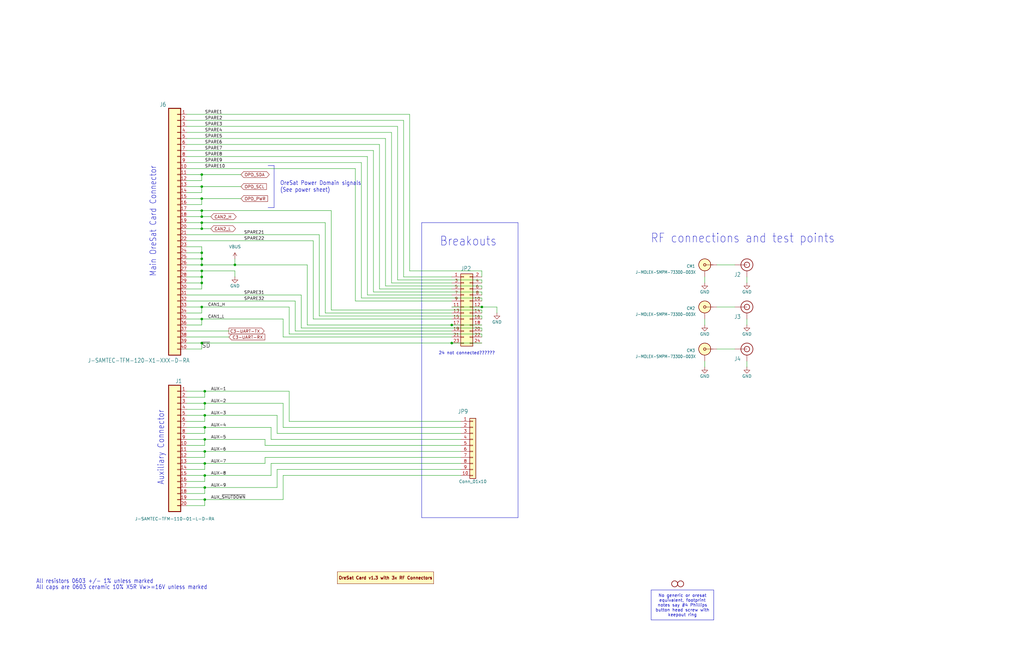
<source format=kicad_sch>
(kicad_sch (version 20250114) (generator "eeschema") (generator_version "9.0")
  (paper "USLedger")
  (title_block (title "OreSat M0 Proto Card: Connectors") (date "2025-06-29") (rev "5.0"))
  (lib_symbols
    (symbol "Connector_Generic:Conn_01x10" (pin_names (offset 1.016) (hide yes))
      (property "Reference" "J" (at 0 12.7 0))
      (property "Value" "Conn_01x10" (at 0 -15.24 0))
      (symbol "Conn_01x10_1_1"
        (rectangle (start -1.27 11.43) (end 1.27 -13.97) (stroke (width 0.254)) (fill (type background)))
        (rectangle (start -1.27 10.287) (end 0 10.033) (stroke (width 0.1524)))
        (rectangle (start -1.27 7.747) (end 0 7.493) (stroke (width 0.1524)))
        (rectangle (start -1.27 5.207) (end 0 4.953) (stroke (width 0.1524)))
        (rectangle (start -1.27 2.667) (end 0 2.413) (stroke (width 0.1524)))
        (rectangle (start -1.27 0.127) (end 0 -0.127) (stroke (width 0.1524)))
        (rectangle (start -1.27 -2.413) (end 0 -2.667) (stroke (width 0.1524)))
        (rectangle (start -1.27 -4.953) (end 0 -5.207) (stroke (width 0.1524)))
        (rectangle (start -1.27 -7.493) (end 0 -7.747) (stroke (width 0.1524)))
        (rectangle (start -1.27 -10.033) (end 0 -10.287) (stroke (width 0.1524)))
        (rectangle (start -1.27 -12.573) (end 0 -12.827) (stroke (width 0.1524)))
        (pin passive line (at -5.08 10.16 0) (length 3.81) (name "Pin_1") (number "1"))
        (pin passive line (at -5.08 7.62 0) (length 3.81) (name "Pin_2") (number "2"))
        (pin passive line (at -5.08 5.08 0) (length 3.81) (name "Pin_3") (number "3"))
        (pin passive line (at -5.08 2.54 0) (length 3.81) (name "Pin_4") (number "4"))
        (pin passive line (at -5.08 0 0) (length 3.81) (name "Pin_5") (number "5"))
        (pin passive line (at -5.08 -2.54 0) (length 3.81) (name "Pin_6") (number "6"))
        (pin passive line (at -5.08 -5.08 0) (length 3.81) (name "Pin_7") (number "7"))
        (pin passive line (at -5.08 -7.62 0) (length 3.81) (name "Pin_8") (number "8"))
        (pin passive line (at -5.08 -10.16 0) (length 3.81) (name "Pin_9") (number "9"))
        (pin passive line (at -5.08 -12.7 0) (length 3.81) (name "Pin_10") (number "10"))
      )
    )
    (symbol "Connector_Generic:Conn_02x12_Odd_Even" (pin_names (offset 1.016) (hide yes))
      (property "Reference" "J" (at 1.27 15.24 0))
      (property "Value" "Conn_02x12_Odd_Even" (at 1.27 -17.78 0))
      (symbol "Conn_02x12_Odd_Even_1_1"
        (rectangle (start -1.27 13.97) (end 3.81 -16.51) (stroke (width 0.254)) (fill (type background)))
        (rectangle (start -1.27 12.827) (end 0 12.573) (stroke (width 0.1524)))
        (rectangle (start -1.27 10.287) (end 0 10.033) (stroke (width 0.1524)))
        (rectangle (start -1.27 7.747) (end 0 7.493) (stroke (width 0.1524)))
        (rectangle (start -1.27 5.207) (end 0 4.953) (stroke (width 0.1524)))
        (rectangle (start -1.27 2.667) (end 0 2.413) (stroke (width 0.1524)))
        (rectangle (start -1.27 0.127) (end 0 -0.127) (stroke (width 0.1524)))
        (rectangle (start -1.27 -2.413) (end 0 -2.667) (stroke (width 0.1524)))
        (rectangle (start -1.27 -4.953) (end 0 -5.207) (stroke (width 0.1524)))
        (rectangle (start -1.27 -7.493) (end 0 -7.747) (stroke (width 0.1524)))
        (rectangle (start -1.27 -10.033) (end 0 -10.287) (stroke (width 0.1524)))
        (rectangle (start -1.27 -12.573) (end 0 -12.827) (stroke (width 0.1524)))
        (rectangle (start -1.27 -15.113) (end 0 -15.367) (stroke (width 0.1524)))
        (rectangle (start 3.81 12.827) (end 2.54 12.573) (stroke (width 0.1524)))
        (rectangle (start 3.81 10.287) (end 2.54 10.033) (stroke (width 0.1524)))
        (rectangle (start 3.81 7.747) (end 2.54 7.493) (stroke (width 0.1524)))
        (rectangle (start 3.81 5.207) (end 2.54 4.953) (stroke (width 0.1524)))
        (rectangle (start 3.81 2.667) (end 2.54 2.413) (stroke (width 0.1524)))
        (rectangle (start 3.81 0.127) (end 2.54 -0.127) (stroke (width 0.1524)))
        (rectangle (start 3.81 -2.413) (end 2.54 -2.667) (stroke (width 0.1524)))
        (rectangle (start 3.81 -4.953) (end 2.54 -5.207) (stroke (width 0.1524)))
        (rectangle (start 3.81 -7.493) (end 2.54 -7.747) (stroke (width 0.1524)))
        (rectangle (start 3.81 -10.033) (end 2.54 -10.287) (stroke (width 0.1524)))
        (rectangle (start 3.81 -12.573) (end 2.54 -12.827) (stroke (width 0.1524)))
        (rectangle (start 3.81 -15.113) (end 2.54 -15.367) (stroke (width 0.1524)))
        (pin passive line (at -5.08 12.7 0) (length 3.81) (name "Pin_1") (number "1"))
        (pin passive line (at -5.08 10.16 0) (length 3.81) (name "Pin_3") (number "3"))
        (pin passive line (at -5.08 7.62 0) (length 3.81) (name "Pin_5") (number "5"))
        (pin passive line (at -5.08 5.08 0) (length 3.81) (name "Pin_7") (number "7"))
        (pin passive line (at -5.08 2.54 0) (length 3.81) (name "Pin_9") (number "9"))
        (pin passive line (at -5.08 0 0) (length 3.81) (name "Pin_11") (number "11"))
        (pin passive line (at -5.08 -2.54 0) (length 3.81) (name "Pin_13") (number "13"))
        (pin passive line (at -5.08 -5.08 0) (length 3.81) (name "Pin_15") (number "15"))
        (pin passive line (at -5.08 -7.62 0) (length 3.81) (name "Pin_17") (number "17"))
        (pin passive line (at -5.08 -10.16 0) (length 3.81) (name "Pin_19") (number "19"))
        (pin passive line (at -5.08 -12.7 0) (length 3.81) (name "Pin_21") (number "21"))
        (pin passive line (at -5.08 -15.24 0) (length 3.81) (name "Pin_23") (number "23"))
        (pin passive line (at 7.62 12.7 180) (length 3.81) (name "Pin_2") (number "2"))
        (pin passive line (at 7.62 10.16 180) (length 3.81) (name "Pin_4") (number "4"))
        (pin passive line (at 7.62 7.62 180) (length 3.81) (name "Pin_6") (number "6"))
        (pin passive line (at 7.62 5.08 180) (length 3.81) (name "Pin_8") (number "8"))
        (pin passive line (at 7.62 2.54 180) (length 3.81) (name "Pin_10") (number "10"))
        (pin passive line (at 7.62 0 180) (length 3.81) (name "Pin_12") (number "12"))
        (pin passive line (at 7.62 -2.54 180) (length 3.81) (name "Pin_14") (number "14"))
        (pin passive line (at 7.62 -5.08 180) (length 3.81) (name "Pin_16") (number "16"))
        (pin passive line (at 7.62 -7.62 180) (length 3.81) (name "Pin_18") (number "18"))
        (pin passive line (at 7.62 -10.16 180) (length 3.81) (name "Pin_20") (number "20"))
        (pin passive line (at 7.62 -12.7 180) (length 3.81) (name "Pin_22") (number "22"))
        (pin passive line (at 7.62 -15.24 180) (length 3.81) (name "Pin_24") (number "24"))
      )
    )
    (symbol "oresat-connectors:J-MOLEX-SMPM-73300-002X"
      (property "Reference" "J" (at 5.08 -3.81 0))
      (property "Value" "733000020" (at 5.08 -6.35 0))
      (symbol "J-MOLEX-SMPM-73300-002X_1_0"
        (circle (center 0 0) (radius 0.508) (stroke (width 0.254)))
        (circle (center 0 0) (radius 2.54) (stroke (width 0.254)) (fill (type background)))
        (polyline (pts (xy 0.508 0) (xy 3.556 0)) (stroke (width 0.1524)))
        (pin passive line (at 0 -5.08 90) (length 2.54) (name "SHLD") (number "SHLD"))
        (pin passive line (at 5.08 0 180) (length 2.54) (name "SIG") (number "SIG"))
      )
    )
    (symbol "oresat-connectors:J-SAMTEC-TFM-110-01-L-D-RA" (pin_names (hide yes))
      (property "Reference" "J" (at -2.54 30.48 0))
      (property "Value" "J-SAMTEC-TFM-110-01-L-D-RA" (at 0 -55.88 0))
      (symbol "J-SAMTEC-TFM-110-01-L-D-RA_0_1"
        (rectangle (start 2.413 25.527) (end 1.143 25.273) (stroke (width 0.1524)))
        (rectangle (start 2.413 22.987) (end 1.143 22.733) (stroke (width 0.1524)))
        (rectangle (start 2.413 20.447) (end 1.143 20.193) (stroke (width 0.1524)))
        (rectangle (start 2.413 17.907) (end 1.143 17.653) (stroke (width 0.1524)))
        (rectangle (start 2.413 15.367) (end 1.143 15.113) (stroke (width 0.1524)))
        (rectangle (start 2.413 12.827) (end 1.143 12.573) (stroke (width 0.1524)))
        (rectangle (start 2.413 10.287) (end 1.143 10.033) (stroke (width 0.1524)))
        (rectangle (start 2.413 7.747) (end 1.143 7.493) (stroke (width 0.1524)))
        (rectangle (start 2.413 5.207) (end 1.143 4.953) (stroke (width 0.1524)))
        (rectangle (start 2.413 2.667) (end 1.143 2.413) (stroke (width 0.1524)))
        (rectangle (start 2.413 0.127) (end 1.143 -0.127) (stroke (width 0.1524)))
        (rectangle (start 2.413 -2.413) (end 1.143 -2.667) (stroke (width 0.1524)))
        (rectangle (start 2.413 -4.953) (end 1.143 -5.207) (stroke (width 0.1524)))
        (rectangle (start 2.413 -7.493) (end 1.143 -7.747) (stroke (width 0.1524)))
        (rectangle (start 2.413 -10.033) (end 1.143 -10.287) (stroke (width 0.1524)))
        (rectangle (start 2.413 -12.573) (end 1.143 -12.827) (stroke (width 0.1524)))
        (rectangle (start 2.413 -15.113) (end 1.143 -15.367) (stroke (width 0.1524)))
        (rectangle (start 2.413 -17.653) (end 1.143 -17.907) (stroke (width 0.1524)))
        (rectangle (start 2.413 -20.193) (end 1.143 -20.447) (stroke (width 0.1524)))
        (rectangle (start 2.413 -22.733) (end 1.143 -22.987) (stroke (width 0.1524)))
      )
      (symbol "J-SAMTEC-TFM-110-01-L-D-RA_1_1"
        (rectangle (start -2.54 27.94) (end 2.54 -25.4) (stroke (width 0.4)) (fill (type color) (color 255 255 194 1)))
        (pin passive line (at 5.08 25.4 180) (length 2.54) (name "") (number "1"))
        (pin passive line (at 5.08 22.86 180) (length 2.54) (name "") (number "2"))
        (pin passive line (at 5.08 20.32 180) (length 2.54) (name "") (number "3"))
        (pin passive line (at 5.08 17.78 180) (length 2.54) (name "") (number "4"))
        (pin passive line (at 5.08 15.24 180) (length 2.54) (name "") (number "5"))
        (pin passive line (at 5.08 12.7 180) (length 2.54) (name "") (number "6"))
        (pin passive line (at 5.08 10.16 180) (length 2.54) (name "") (number "7"))
        (pin passive line (at 5.08 7.62 180) (length 2.54) (name "") (number "8"))
        (pin passive line (at 5.08 5.08 180) (length 2.54) (name "") (number "9"))
        (pin passive line (at 5.08 2.54 180) (length 2.54) (name "") (number "10"))
        (pin passive line (at 5.08 0 180) (length 2.54) (name "") (number "11"))
        (pin passive line (at 5.08 -2.54 180) (length 2.54) (name "") (number "12"))
        (pin passive line (at 5.08 -5.08 180) (length 2.54) (name "") (number "13"))
        (pin passive line (at 5.08 -7.62 180) (length 2.54) (name "") (number "14"))
        (pin passive line (at 5.08 -10.16 180) (length 2.54) (name "") (number "15"))
        (pin passive line (at 5.08 -12.7 180) (length 2.54) (name "") (number "16"))
        (pin passive line (at 5.08 -15.24 180) (length 2.54) (name "") (number "17"))
        (pin passive line (at 5.08 -17.78 180) (length 2.54) (name "") (number "18"))
        (pin passive line (at 5.08 -20.32 180) (length 2.54) (name "") (number "19"))
        (pin passive line (at 5.08 -22.86 180) (length 2.54) (name "") (number "20"))
      )
    )
    (symbol "oresat-connectors:J-SAMTEC-TFM-120-01-L-D-RA" (pin_names (hide yes))
      (property "Reference" "J" (at 0 54.61 0))
      (property "Value" "J-SAMTEC-TFM-120-01-L-D-RA" (at 0 52.07 0))
      (symbol "J-SAMTEC-TFM-120-01-L-D-RA_0_1"
        (rectangle (start 2.413 48.387) (end 1.143 48.133) (stroke (width 0.1524)))
        (rectangle (start 2.413 45.847) (end 1.143 45.593) (stroke (width 0.1524)))
        (rectangle (start 2.413 43.307) (end 1.143 43.053) (stroke (width 0.1524)))
        (rectangle (start 2.413 40.767) (end 1.143 40.513) (stroke (width 0.1524)))
        (rectangle (start 2.413 38.227) (end 1.143 37.973) (stroke (width 0.1524)))
        (rectangle (start 2.413 35.687) (end 1.143 35.433) (stroke (width 0.1524)))
        (rectangle (start 2.413 33.147) (end 1.143 32.893) (stroke (width 0.1524)))
        (rectangle (start 2.413 30.607) (end 1.143 30.353) (stroke (width 0.1524)))
        (rectangle (start 2.413 28.067) (end 1.143 27.813) (stroke (width 0.1524)))
        (rectangle (start 2.413 25.527) (end 1.143 25.273) (stroke (width 0.1524)))
        (rectangle (start 2.413 22.987) (end 1.143 22.733) (stroke (width 0.1524)))
        (rectangle (start 2.413 20.447) (end 1.143 20.193) (stroke (width 0.1524)))
        (rectangle (start 2.413 17.907) (end 1.143 17.653) (stroke (width 0.1524)))
        (rectangle (start 2.413 15.367) (end 1.143 15.113) (stroke (width 0.1524)))
        (rectangle (start 2.413 12.827) (end 1.143 12.573) (stroke (width 0.1524)))
        (rectangle (start 2.413 10.287) (end 1.143 10.033) (stroke (width 0.1524)))
        (rectangle (start 2.413 7.747) (end 1.143 7.493) (stroke (width 0.1524)))
        (rectangle (start 2.413 5.207) (end 1.143 4.953) (stroke (width 0.1524)))
        (rectangle (start 2.413 2.667) (end 1.143 2.413) (stroke (width 0.1524)))
        (rectangle (start 2.413 0.127) (end 1.143 -0.127) (stroke (width 0.1524)))
        (rectangle (start 2.413 -2.413) (end 1.143 -2.667) (stroke (width 0.1524)))
        (rectangle (start 2.413 -4.953) (end 1.143 -5.207) (stroke (width 0.1524)))
        (rectangle (start 2.413 -7.493) (end 1.143 -7.747) (stroke (width 0.1524)))
        (rectangle (start 2.413 -10.033) (end 1.143 -10.287) (stroke (width 0.1524)))
        (rectangle (start 2.413 -12.573) (end 1.143 -12.827) (stroke (width 0.1524)))
        (rectangle (start 2.413 -15.113) (end 1.143 -15.367) (stroke (width 0.1524)))
        (rectangle (start 2.413 -17.653) (end 1.143 -17.907) (stroke (width 0.1524)))
        (rectangle (start 2.413 -20.193) (end 1.143 -20.447) (stroke (width 0.1524)))
        (rectangle (start 2.413 -22.733) (end 1.143 -22.987) (stroke (width 0.1524)))
        (rectangle (start 2.413 -25.273) (end 1.143 -25.527) (stroke (width 0.1524)))
        (rectangle (start 2.413 -27.813) (end 1.143 -28.067) (stroke (width 0.1524)))
        (rectangle (start 2.413 -30.353) (end 1.143 -30.607) (stroke (width 0.1524)))
        (rectangle (start 2.413 -32.893) (end 1.143 -33.147) (stroke (width 0.1524)))
        (rectangle (start 2.413 -35.433) (end 1.143 -35.687) (stroke (width 0.1524)))
        (rectangle (start 2.413 -37.973) (end 1.143 -38.227) (stroke (width 0.1524)))
        (rectangle (start 2.413 -40.513) (end 1.143 -40.767) (stroke (width 0.1524)))
        (rectangle (start 2.413 -43.053) (end 1.143 -43.307) (stroke (width 0.1524)))
        (rectangle (start 2.413 -45.593) (end 1.143 -45.847) (stroke (width 0.1524)))
        (rectangle (start 2.413 -48.133) (end 1.143 -48.387) (stroke (width 0.1524)))
        (rectangle (start 2.413 -50.673) (end 1.143 -50.927) (stroke (width 0.1524)))
      )
      (symbol "J-SAMTEC-TFM-120-01-L-D-RA_1_1"
        (rectangle (start -2.54 50.8) (end 2.54 -53.34) (stroke (width 0.4)) (fill (type background)))
        (pin passive line (at 5.08 48.26 180) (length 2.54) (name "") (number "1"))
        (pin passive line (at 5.08 45.72 180) (length 2.54) (name "") (number "2"))
        (pin passive line (at 5.08 43.18 180) (length 2.54) (name "") (number "3"))
        (pin passive line (at 5.08 40.64 180) (length 2.54) (name "") (number "4"))
        (pin passive line (at 5.08 38.1 180) (length 2.54) (name "") (number "5"))
        (pin passive line (at 5.08 35.56 180) (length 2.54) (name "") (number "6"))
        (pin passive line (at 5.08 33.02 180) (length 2.54) (name "") (number "7"))
        (pin passive line (at 5.08 30.48 180) (length 2.54) (name "") (number "8"))
        (pin passive line (at 5.08 27.94 180) (length 2.54) (name "") (number "9"))
        (pin passive line (at 5.08 25.4 180) (length 2.54) (name "") (number "10"))
        (pin passive line (at 5.08 22.86 180) (length 2.54) (name "") (number "11"))
        (pin passive line (at 5.08 20.32 180) (length 2.54) (name "") (number "12"))
        (pin passive line (at 5.08 17.78 180) (length 2.54) (name "") (number "13"))
        (pin passive line (at 5.08 15.24 180) (length 2.54) (name "") (number "14"))
        (pin passive line (at 5.08 12.7 180) (length 2.54) (name "") (number "15"))
        (pin passive line (at 5.08 10.16 180) (length 2.54) (name "") (number "16"))
        (pin passive line (at 5.08 7.62 180) (length 2.54) (name "") (number "17"))
        (pin passive line (at 5.08 5.08 180) (length 2.54) (name "") (number "18"))
        (pin passive line (at 5.08 2.54 180) (length 2.54) (name "") (number "19"))
        (pin passive line (at 5.08 0 180) (length 2.54) (name "") (number "20"))
        (pin passive line (at 5.08 -2.54 180) (length 2.54) (name "") (number "21"))
        (pin passive line (at 5.08 -5.08 180) (length 2.54) (name "") (number "22"))
        (pin passive line (at 5.08 -7.62 180) (length 2.54) (name "") (number "23"))
        (pin passive line (at 5.08 -10.16 180) (length 2.54) (name "") (number "24"))
        (pin passive line (at 5.08 -12.7 180) (length 2.54) (name "") (number "25"))
        (pin passive line (at 5.08 -15.24 180) (length 2.54) (name "") (number "26"))
        (pin passive line (at 5.08 -17.78 180) (length 2.54) (name "") (number "27"))
        (pin passive line (at 5.08 -20.32 180) (length 2.54) (name "") (number "28"))
        (pin passive line (at 5.08 -22.86 180) (length 2.54) (name "") (number "29"))
        (pin passive line (at 5.08 -25.4 180) (length 2.54) (name "") (number "30"))
        (pin passive line (at 5.08 -27.94 180) (length 2.54) (name "") (number "31"))
        (pin passive line (at 5.08 -30.48 180) (length 2.54) (name "") (number "32"))
        (pin passive line (at 5.08 -33.02 180) (length 2.54) (name "") (number "33"))
        (pin passive line (at 5.08 -35.56 180) (length 2.54) (name "") (number "34"))
        (pin passive line (at 5.08 -38.1 180) (length 2.54) (name "") (number "35"))
        (pin passive line (at 5.08 -40.64 180) (length 2.54) (name "") (number "36"))
        (pin passive line (at 5.08 -43.18 180) (length 2.54) (name "") (number "37"))
        (pin passive line (at 5.08 -45.72 180) (length 2.54) (name "") (number "38"))
        (pin passive line (at 5.08 -48.26 180) (length 2.54) (name "") (number "39"))
        (pin passive line (at 5.08 -50.8 180) (length 2.54) (name "") (number "40"))
      )
    )
    (symbol "oresat-connectors:U.FL2PIN"
      (property "Reference" "J2" (at -2.54 -5.08 0))
      (property "Value" "U.FL" (at -2.54 -7.62 0))
      (symbol "U.FL2PIN_1_0"
        (circle (center 0 0) (radius 1.1359) (stroke (width 0.254)))
        (circle (center 0 0) (radius 2.54) (stroke (width 0.254)))
        (pin bidirectional line (at 0 -5.08 90) (length 2.54) (name "GND") (number "GND"))
        (pin bidirectional line (at 5.08 0 180) (length 5.08) (name "SIGNAL") (number "FEED"))
      )
    )
    (symbol "oresat-pcbs:ORESAT-CARD-V1.3-3RF"
      (symbol "ORESAT-CARD-V1.3-3RF_1_0"
        (rectangle (start -20.32 2.54) (end 20.32 -2.54) (fill (type background)))
        (text "OreSat Card v1.3 with 3x RF Connectors" (at 0 0 0) (effects (font (size 1.27 1.27) (bold yes))))
      )
    )
    (symbol "oresat-power:VBUS" (power) (pin_names (offset 0))
      (property "Value" "VBUS" (at 0 3.556 0))
      (symbol "VBUS_0_1"
        (polyline (pts (xy -0.762 1.27) (xy 0 2.54)))
        (polyline (pts (xy 0 2.54) (xy 0.762 1.27)))
        (polyline (pts (xy 0 0) (xy 0 2.54)))
      )
      (symbol "VBUS_1_1"
        (pin power_in line (at 0 0 90) (length 0) (hide yes) (name "VBUS") (number "1"))
      )
    )
    (symbol "oresat-proto-card-eagle-import:STAND-OFFTIGHT"
      (symbol "STAND-OFFTIGHT_1_0"
        (circle (center 0 0) (radius 1.27) (stroke (width 0.254)))
      )
    )
    (symbol "power:GND" (power) (pin_numbers (hide yes)) (pin_names (offset 0) (hide yes))
      (property "Value" "GND" (at 0 -3.81 0))
      (symbol "GND_0_1"
        (polyline (pts (xy 0 0) (xy 0 -1.27) (xy 1.27 -1.27) (xy 0 -2.54) (xy -1.27 -1.27) (xy 0 -1.27)))
      )
      (symbol "GND_1_1"
        (pin power_in line (at 0 0 270) (length 0) (name "~") (number "1"))
      )
    )
  )
  (text "Auxiliary Connector" (at 69.342 204.724 90) (effects (font (size 2.54 2.159)) (justify left bottom)))
  (text "Main OreSat Card Connector" (at 66.04 116.84 90) (effects (font (size 2.54 2.159)) (justify left bottom)))
  (text "Breakouts" (at 185.42 104.14 0) (effects (font (size 3.81 3.2385)) (justify left bottom)))
  (text "All resistors 0603 +/- 1% unless marked" (at 15.24 246.38 0) (effects (font (size 1.778 1.5113)) (justify left bottom)))
  (text "OreSat Power Domain signals\n(See power sheet)" (at 118.11 81.28 0) (effects (font (size 1.778 1.5113)) (justify left bottom)))
  (text "All caps are 0603 ceramic 10% X5R Vw>=16V unless marked" (at 15.24 248.92 0) (effects (font (size 1.778 1.5113)) (justify left bottom)))
  (text "24 not connected??????" (at 196.85 149.098 0) (effects (font (size 1.27 1.27))))
  (text "RF connections and test points" (at 274.32 102.87 0) (effects (font (size 3.81 3.2385)) (justify left bottom)))
  (text_box "No generic or oresat equivalent, footprint notes say #4 Phillips button head screw with keepout ring" (at 274.5573 248.978 0) (size 26.4327 12.642) (margins 0.9525 0.9525 0.9525 0.9525) (effects (font (size 1.27 1.27))))
  (junction (at 190.5 137.16))
  (junction (at 85.09 73.66))
  (junction (at 190.5 144.78))
  (junction (at 86.36 185.42))
  (junction (at 85.09 111.76))
  (junction (at 86.36 205.74))
  (junction (at 85.09 96.52))
  (junction (at 99.06 111.76))
  (junction (at 86.36 165.1))
  (junction (at 85.09 109.22))
  (junction (at 85.09 129.54))
  (junction (at 85.09 106.68))
  (junction (at 85.09 144.78))
  (junction (at 85.09 93.98))
  (junction (at 85.09 83.82))
  (junction (at 85.09 134.62))
  (junction (at 85.09 91.44))
  (junction (at 86.36 210.82))
  (junction (at 85.09 88.9))
  (junction (at 203.2 129.54))
  (junction (at 85.09 78.74))
  (junction (at 86.36 175.26))
  (junction (at 86.36 180.34))
  (junction (at 85.09 114.3))
  (junction (at 86.36 190.5))
  (junction (at 86.36 170.18))
  (junction (at 85.09 116.84))
  (junction (at 86.36 195.58))
  (junction (at 85.09 119.38))
  (junction (at 86.36 200.66))
  (wire (pts (xy 139.7 130.81) (xy 203.2 130.81)) (stroke (width 0.1524)))
  (wire (pts (xy 85.09 104.14) (xy 78.74 104.14)) (stroke (width 0.1524)))
  (wire (pts (xy 85.09 144.78) (xy 78.74 144.78)) (stroke (width 0.1524)))
  (wire (pts (xy 78.74 129.54) (xy 85.09 129.54)) (stroke (width 0.1524)))
  (wire (pts (xy 119.38 200.66) (xy 194.31 200.66)) (stroke (width 0.1524)))
  (wire (pts (xy 114.3 180.34) (xy 114.3 185.42)) (stroke (width 0.1524)))
  (wire (pts (xy 85.09 111.76) (xy 85.09 109.22)) (stroke (width 0.1524)))
  (wire (pts (xy 152.4 68.58) (xy 152.4 125.73)))
  (wire (pts (xy 157.48 63.5) (xy 157.48 123.19)))
  (wire (pts (xy 116.84 205.74) (xy 116.84 198.12)) (stroke (width 0.1524)))
  (wire (pts (xy 85.09 88.9) (xy 139.7 88.9)) (stroke (width 0.1524)))
  (wire (pts (xy 111.76 187.96) (xy 194.31 187.96)) (stroke (width 0.1524)))
  (wire (pts (xy 78.74 111.76) (xy 85.09 111.76)) (stroke (width 0.1524)))
  (wire (pts (xy 121.92 129.54) (xy 121.92 140.97)) (stroke (width 0.1524)))
  (wire (pts (xy 86.36 208.28) (xy 86.36 205.74)) (stroke (width 0.1524)))
  (wire (pts (xy 314.96 134.62) (xy 314.96 137.16)) (stroke (width 0.1524)))
  (wire (pts (xy 85.09 121.92) (xy 85.09 119.38)) (stroke (width 0.1524)))
  (wire (pts (xy 78.74 190.5) (xy 86.36 190.5)) (stroke (width 0.1524)))
  (wire (pts (xy 86.36 205.74) (xy 116.84 205.74)) (stroke (width 0.1524)))
  (wire (pts (xy 86.36 177.8) (xy 86.36 175.26)) (stroke (width 0.1524)))
  (wire (pts (xy 85.09 73.66) (xy 78.74 73.66)) (stroke (width 0.1524)))
  (wire (pts (xy 152.4 125.73) (xy 203.2 125.73)))
  (wire (pts (xy 297.18 119.38) (xy 297.18 116.84)) (stroke (width 0.1524)))
  (wire (pts (xy 114.3 195.58) (xy 194.31 195.58)) (stroke (width 0.1524)))
  (wire (pts (xy 78.74 58.42) (xy 162.56 58.42)))
  (wire (pts (xy 190.5 144.78) (xy 203.2 144.78)) (stroke (width 0.1524)))
  (wire (pts (xy 78.74 124.46) (xy 127 124.46)) (stroke (width 0.1524)))
  (wire (pts (xy 85.09 132.08) (xy 85.09 129.54)) (stroke (width 0.1524)))
  (wire (pts (xy 111.76 195.58) (xy 111.76 193.04)) (stroke (width 0.1524)))
  (wire (pts (xy 203.2 114.3) (xy 203.2 116.84)))
  (wire (pts (xy 85.09 93.98) (xy 78.74 93.98)) (stroke (width 0.1524)))
  (wire (pts (xy 85.09 109.22) (xy 85.09 106.68)) (stroke (width 0.1524)))
  (wire (pts (xy 78.74 210.82) (xy 86.36 210.82)) (stroke (width 0.1524)))
  (wire (pts (xy 78.74 71.12) (xy 149.86 71.12)) (stroke (width 0.1524)))
  (wire (pts (xy 119.38 142.24) (xy 190.5 142.24)) (stroke (width 0.1524)))
  (wire (pts (xy 160.02 60.96) (xy 160.02 121.92)) (stroke (width 0.1524)))
  (wire (pts (xy 85.09 96.52) (xy 85.09 93.98)) (stroke (width 0.1524)))
  (wire (pts (xy 78.74 55.88) (xy 165.1 55.88)) (stroke (width 0.1524)))
  (wire (pts (xy 78.74 187.96) (xy 86.36 187.96)) (stroke (width 0.1524)))
  (wire (pts (xy 78.74 68.58) (xy 152.4 68.58)))
  (wire (pts (xy 99.06 114.3) (xy 99.06 116.84)))
  (wire (pts (xy 85.09 93.98) (xy 137.16 93.98)) (stroke (width 0.1524)))
  (wire (pts (xy 78.74 60.96) (xy 160.02 60.96)) (stroke (width 0.1524)))
  (wire (pts (xy 85.09 76.2) (xy 85.09 73.66)) (stroke (width 0.1524)))
  (polyline (pts (xy 113.03 69.85) (xy 115.57 69.85)) (stroke (width 0.1524) (type solid)))
  (wire (pts (xy 85.09 129.54) (xy 121.92 129.54)) (stroke (width 0.1524)))
  (wire (pts (xy 86.36 203.2) (xy 86.36 200.66)) (stroke (width 0.1524)))
  (wire (pts (xy 149.86 127) (xy 190.5 127)) (stroke (width 0.1524)))
  (wire (pts (xy 132.08 134.62) (xy 190.5 134.62)) (stroke (width 0.1524)))
  (wire (pts (xy 165.1 55.88) (xy 165.1 119.38)) (stroke (width 0.1524)))
  (wire (pts (xy 78.74 48.26) (xy 172.72 48.26)))
  (wire (pts (xy 203.2 123.19) (xy 203.2 124.46)))
  (wire (pts (xy 78.74 81.28) (xy 85.09 81.28)) (stroke (width 0.1524)))
  (wire (pts (xy 86.36 193.04) (xy 86.36 190.5)) (stroke (width 0.1524)))
  (wire (pts (xy 85.09 88.9) (xy 78.74 88.9)) (stroke (width 0.1524)))
  (wire (pts (xy 85.09 83.82) (xy 85.09 86.36)) (stroke (width 0.1524)))
  (polyline (pts (xy 115.57 69.85) (xy 115.57 87.63)) (stroke (width 0.1524) (type solid)))
  (wire (pts (xy 78.74 116.84) (xy 85.09 116.84)) (stroke (width 0.1524)))
  (wire (pts (xy 78.74 99.06) (xy 134.62 99.06)) (stroke (width 0.1524)))
  (wire (pts (xy 203.2 133.35) (xy 203.2 134.62)) (stroke (width 0.1524)))
  (wire (pts (xy 78.74 185.42) (xy 86.36 185.42)) (stroke (width 0.1524)))
  (wire (pts (xy 309.88 111.76) (xy 302.26 111.76)) (stroke (width 0.1524)))
  (wire (pts (xy 116.84 182.88) (xy 194.31 182.88)) (stroke (width 0.1524)))
  (wire (pts (xy 78.74 142.24) (xy 96.52 142.24)) (stroke (width 0.1524)))
  (wire (pts (xy 78.74 63.5) (xy 157.48 63.5)))
  (wire (pts (xy 124.46 127) (xy 124.46 139.7)) (stroke (width 0.1524)))
  (wire (pts (xy 297.18 137.16) (xy 297.18 134.62)) (stroke (width 0.1524)))
  (wire (pts (xy 111.76 185.42) (xy 111.76 187.96)) (stroke (width 0.1524)))
  (wire (pts (xy 86.36 210.82) (xy 119.38 210.82)) (stroke (width 0.1524)))
  (wire (pts (xy 85.09 96.52) (xy 78.74 96.52)) (stroke (width 0.1524)))
  (wire (pts (xy 78.74 170.18) (xy 86.36 170.18)) (stroke (width 0.1524)))
  (wire (pts (xy 78.74 127) (xy 124.46 127)) (stroke (width 0.1524)))
  (wire (pts (xy 78.74 177.8) (xy 86.36 177.8)) (stroke (width 0.1524)))
  (wire (pts (xy 78.74 203.2) (xy 86.36 203.2)) (stroke (width 0.1524)))
  (wire (pts (xy 302.26 129.54) (xy 309.88 129.54)) (stroke (width 0.1524)))
  (wire (pts (xy 78.74 119.38) (xy 85.09 119.38)) (stroke (width 0.1524)))
  (wire (pts (xy 78.74 195.58) (xy 86.36 195.58)) (stroke (width 0.1524)))
  (wire (pts (xy 78.74 137.16) (xy 85.09 137.16)) (stroke (width 0.1524)))
  (wire (pts (xy 121.92 140.97) (xy 203.2 140.97)) (stroke (width 0.1524)))
  (wire (pts (xy 114.3 200.66) (xy 114.3 195.58)) (stroke (width 0.1524)))
  (wire (pts (xy 314.96 154.94) (xy 314.96 152.4)) (stroke (width 0.1524)))
  (wire (pts (xy 85.09 106.68) (xy 85.09 104.14)) (stroke (width 0.1524)))
  (wire (pts (xy 119.38 210.82) (xy 119.38 200.66)) (stroke (width 0.1524)))
  (wire (pts (xy 85.09 144.78) (xy 190.5 144.78)) (stroke (width 0.1524)))
  (wire (pts (xy 78.74 200.66) (xy 86.36 200.66)) (stroke (width 0.1524)))
  (wire (pts (xy 78.74 147.32) (xy 85.09 147.32)) (stroke (width 0.1524)))
  (wire (pts (xy 154.94 124.46) (xy 190.5 124.46)) (stroke (width 0.1524)))
  (wire (pts (xy 129.54 137.16) (xy 190.5 137.16)) (stroke (width 0.1524)))
  (wire (pts (xy 134.62 99.06) (xy 134.62 133.35)) (stroke (width 0.1524)))
  (wire (pts (xy 86.36 180.34) (xy 114.3 180.34)) (stroke (width 0.1524)))
  (wire (pts (xy 101.6 78.74) (xy 85.09 78.74)) (stroke (width 0.1524)))
  (wire (pts (xy 78.74 101.6) (xy 132.08 101.6)) (stroke (width 0.1524)))
  (wire (pts (xy 78.74 175.26) (xy 86.36 175.26)) (stroke (width 0.1524)))
  (wire (pts (xy 85.09 111.76) (xy 99.06 111.76)) (stroke (width 0.1524)))
  (wire (pts (xy 85.09 137.16) (xy 85.09 134.62)) (stroke (width 0.1524)))
  (wire (pts (xy 86.36 195.58) (xy 111.76 195.58)) (stroke (width 0.1524)))
  (wire (pts (xy 85.09 91.44) (xy 78.74 91.44)) (stroke (width 0.1524)))
  (wire (pts (xy 119.38 170.18) (xy 119.38 180.34)) (stroke (width 0.1524)))
  (wire (pts (xy 86.36 172.72) (xy 86.36 170.18)) (stroke (width 0.1524)))
  (wire (pts (xy 172.72 48.26) (xy 172.72 114.3)))
  (wire (pts (xy 167.64 118.11) (xy 203.2 118.11)))
  (wire (pts (xy 165.1 119.38) (xy 190.5 119.38)) (stroke (width 0.1524)))
  (wire (pts (xy 167.64 53.34) (xy 167.64 118.11)))
  (wire (pts (xy 78.74 109.22) (xy 85.09 109.22)) (stroke (width 0.1524)))
  (wire (pts (xy 121.92 177.8) (xy 194.31 177.8)) (stroke (width 0.1524)))
  (wire (pts (xy 78.74 172.72) (xy 86.36 172.72)) (stroke (width 0.1524)))
  (wire (pts (xy 114.3 185.42) (xy 194.31 185.42)) (stroke (width 0.1524)))
  (wire (pts (xy 86.36 187.96) (xy 86.36 185.42)) (stroke (width 0.1524)))
  (wire (pts (xy 101.6 83.82) (xy 85.09 83.82)) (stroke (width 0.1524)))
  (wire (pts (xy 85.09 86.36) (xy 78.74 86.36)) (stroke (width 0.1524)))
  (wire (pts (xy 85.09 73.66) (xy 101.6 73.66)) (stroke (width 0.1524)))
  (wire (pts (xy 78.74 205.74) (xy 86.36 205.74)) (stroke (width 0.1524)))
  (wire (pts (xy 86.36 182.88) (xy 86.36 180.34)) (stroke (width 0.1524)))
  (wire (pts (xy 170.18 50.8) (xy 170.18 116.84)) (stroke (width 0.1524)))
  (wire (pts (xy 127 124.46) (xy 127 138.43)) (stroke (width 0.1524)))
  (wire (pts (xy 78.74 114.3) (xy 85.09 114.3)) (stroke (width 0.1524)))
  (wire (pts (xy 119.38 142.24) (xy 119.38 134.62)) (stroke (width 0.1524)))
  (wire (pts (xy 111.76 193.04) (xy 194.31 193.04)) (stroke (width 0.1524)))
  (wire (pts (xy 78.74 121.92) (xy 85.09 121.92)) (stroke (width 0.1524)))
  (wire (pts (xy 160.02 121.92) (xy 190.5 121.92)) (stroke (width 0.1524)))
  (wire (pts (xy 157.48 123.19) (xy 203.2 123.19)))
  (wire (pts (xy 203.2 140.97) (xy 203.2 142.24)) (stroke (width 0.1524)))
  (wire (pts (xy 162.56 58.42) (xy 162.56 120.65)))
  (wire (pts (xy 154.94 66.04) (xy 154.94 124.46)) (stroke (width 0.1524)))
  (wire (pts (xy 297.18 152.4) (xy 297.18 154.94)))
  (wire (pts (xy 302.26 147.32) (xy 309.88 147.32)) (stroke (width 0.1524)))
  (wire (pts (xy 127 138.43) (xy 203.2 138.43)) (stroke (width 0.1524)))
  (wire (pts (xy 78.74 134.62) (xy 85.09 134.62)) (stroke (width 0.1524)))
  (wire (pts (xy 86.36 165.1) (xy 121.92 165.1)) (stroke (width 0.1524)))
  (wire (pts (xy 314.96 119.38) (xy 314.96 116.84)) (stroke (width 0.1524)))
  (wire (pts (xy 99.06 114.3) (xy 85.09 114.3)))
  (wire (pts (xy 116.84 175.26) (xy 116.84 182.88)) (stroke (width 0.1524)))
  (wire (pts (xy 121.92 165.1) (xy 121.92 177.8)) (stroke (width 0.1524)))
  (wire (pts (xy 78.74 180.34) (xy 86.36 180.34)) (stroke (width 0.1524)))
  (wire (pts (xy 78.74 76.2) (xy 85.09 76.2)) (stroke (width 0.1524)))
  (wire (pts (xy 85.09 147.32) (xy 85.09 144.78)) (stroke (width 0.1524)))
  (wire (pts (xy 99.06 109.22) (xy 99.06 111.76)))
  (wire (pts (xy 132.08 101.6) (xy 132.08 134.62)) (stroke (width 0.1524)))
  (wire (pts (xy 172.72 114.3) (xy 203.2 114.3)))
  (wire (pts (xy 78.74 182.88) (xy 86.36 182.88)) (stroke (width 0.1524)))
  (polyline (pts (xy 115.57 87.63) (xy 113.03 87.63)) (stroke (width 0.1524) (type solid)))
  (wire (pts (xy 78.74 193.04) (xy 86.36 193.04)) (stroke (width 0.1524)))
  (wire (pts (xy 78.74 53.34) (xy 167.64 53.34)))
  (wire (pts (xy 86.36 170.18) (xy 119.38 170.18)) (stroke (width 0.1524)))
  (wire (pts (xy 190.5 137.16) (xy 203.2 137.16)) (stroke (width 0.1524)))
  (polyline (pts (xy 177.8 218.44) (xy 177.8 93.98)) (stroke (width 0.1524) (type solid)))
  (wire (pts (xy 78.74 198.12) (xy 86.36 198.12)) (stroke (width 0.1524)))
  (wire (pts (xy 78.74 132.08) (xy 85.09 132.08)) (stroke (width 0.1524)))
  (wire (pts (xy 149.86 71.12) (xy 149.86 127)) (stroke (width 0.1524)))
  (wire (pts (xy 137.16 132.08) (xy 190.5 132.08)) (stroke (width 0.1524)))
  (wire (pts (xy 85.09 106.68) (xy 78.74 106.68)) (stroke (width 0.1524)))
  (wire (pts (xy 78.74 139.7) (xy 96.52 139.7)) (stroke (width 0.1524)))
  (wire (pts (xy 85.09 116.84) (xy 85.09 114.3)) (stroke (width 0.1524)))
  (wire (pts (xy 203.2 118.11) (xy 203.2 119.38)))
  (wire (pts (xy 203.2 125.73) (xy 203.2 127)))
  (wire (pts (xy 78.74 165.1) (xy 86.36 165.1)) (stroke (width 0.1524)))
  (wire (pts (xy 86.36 198.12) (xy 86.36 195.58)) (stroke (width 0.1524)))
  (wire (pts (xy 85.09 91.44) (xy 85.09 88.9)) (stroke (width 0.1524)))
  (wire (pts (xy 78.74 208.28) (xy 86.36 208.28)) (stroke (width 0.1524)))
  (wire (pts (xy 124.46 139.7) (xy 190.5 139.7)) (stroke (width 0.1524)))
  (wire (pts (xy 209.55 129.54) (xy 203.2 129.54)))
  (wire (pts (xy 119.38 180.34) (xy 194.31 180.34)) (stroke (width 0.1524)))
  (wire (pts (xy 86.36 167.64) (xy 86.36 165.1)) (stroke (width 0.1524)))
  (wire (pts (xy 162.56 120.65) (xy 203.2 120.65)))
  (wire (pts (xy 134.62 133.35) (xy 203.2 133.35)) (stroke (width 0.1524)))
  (wire (pts (xy 203.2 130.81) (xy 203.2 132.08)) (stroke (width 0.1524)))
  (wire (pts (xy 203.2 120.65) (xy 203.2 121.92)))
  (wire (pts (xy 85.09 91.44) (xy 88.9 91.44)))
  (wire (pts (xy 99.06 111.76) (xy 129.54 111.76)) (stroke (width 0.1524)))
  (wire (pts (xy 78.74 213.36) (xy 86.36 213.36)) (stroke (width 0.1524)))
  (wire (pts (xy 85.09 78.74) (xy 78.74 78.74)) (stroke (width 0.1524)))
  (wire (pts (xy 190.5 129.54) (xy 203.2 129.54)))
  (wire (pts (xy 170.18 116.84) (xy 190.5 116.84)) (stroke (width 0.1524)))
  (wire (pts (xy 209.55 132.08) (xy 209.55 129.54)))
  (wire (pts (xy 78.74 50.8) (xy 170.18 50.8)) (stroke (width 0.1524)))
  (wire (pts (xy 85.09 116.84) (xy 85.09 119.38)) (stroke (width 0.1524)))
  (wire (pts (xy 86.36 190.5) (xy 194.31 190.5)) (stroke (width 0.1524)))
  (wire (pts (xy 85.09 81.28) (xy 85.09 78.74)) (stroke (width 0.1524)))
  (polyline (pts (xy 218.44 218.44) (xy 177.8 218.44)) (stroke (width 0.1524) (type solid)))
  (wire (pts (xy 86.36 200.66) (xy 114.3 200.66)) (stroke (width 0.1524)))
  (wire (pts (xy 86.36 175.26) (xy 116.84 175.26)) (stroke (width 0.1524)))
  (wire (pts (xy 85.09 83.82) (xy 78.74 83.82)) (stroke (width 0.1524)))
  (wire (pts (xy 85.09 134.62) (xy 119.38 134.62)) (stroke (width 0.1524)))
  (wire (pts (xy 78.74 167.64) (xy 86.36 167.64)) (stroke (width 0.1524)))
  (wire (pts (xy 139.7 88.9) (xy 139.7 130.81)) (stroke (width 0.1524)))
  (polyline (pts (xy 177.8 93.98) (xy 218.44 93.98)) (stroke (width 0.1524) (type solid)))
  (wire (pts (xy 203.2 138.43) (xy 203.2 139.7)) (stroke (width 0.1524)))
  (wire (pts (xy 86.36 185.42) (xy 111.76 185.42)) (stroke (width 0.1524)))
  (wire (pts (xy 86.36 213.36) (xy 86.36 210.82)) (stroke (width 0.1524)))
  (wire (pts (xy 85.09 96.52) (xy 88.9 96.52)))
  (wire (pts (xy 116.84 198.12) (xy 194.31 198.12)) (stroke (width 0.1524)))
  (wire (pts (xy 137.16 93.98) (xy 137.16 132.08)) (stroke (width 0.1524)))
  (polyline (pts (xy 218.44 93.98) (xy 218.44 218.44)) (stroke (width 0.1524) (type solid)))
  (wire (pts (xy 78.74 66.04) (xy 154.94 66.04)) (stroke (width 0.1524)))
  (wire (pts (xy 129.54 111.76) (xy 129.54 137.16)) (stroke (width 0.1524)))
  (label "SPARE10" (at 86.36 71.12 0))
  (label "SPARE9" (at 86.36 68.58 0))
  (label "AUX-6" (at 88.9 190.5 0) (effects (font (size 1.2446 1.2446))))
  (label "AUX-3" (at 88.9 175.26 0) (effects (font (size 1.2446 1.2446))))
  (label "AUX-4" (at 88.9 180.34 0) (effects (font (size 1.2446 1.2446))))
  (label "SPARE1" (at 86.36 48.26 0))
  (label "SPARE2" (at 86.36 50.8 0))
  (label "CAN1_L" (at 87.63 134.62 0))
  (label "SPARE22" (at 102.87 101.6 0))
  (label "AUX-1" (at 88.9 165.1 0) (effects (font (size 1.2446 1.2446))))
  (label "AUX-2" (at 88.9 170.18 0) (effects (font (size 1.2446 1.2446))))
  (label "SPARE5" (at 86.36 58.42 0))
  (label "SPARE7" (at 86.36 63.5 0))
  (label "AUX-5" (at 88.9 185.42 0) (effects (font (size 1.2446 1.2446))))
  (label "SPARE3" (at 86.36 53.34 0))
  (label "SPARE6" (at 86.36 60.96 0))
  (label "SPARE21" (at 102.87 99.06 0))
  (label "SPARE8" (at 86.36 66.04 0))
  (label "AUX-8" (at 88.9 200.66 0) (effects (font (size 1.2446 1.2446))))
  (label "~{SD}" (at 85.09 147.32 0) (effects (font (size 1.778 1.778))))
  (label "AUX-7" (at 88.9 195.58 0) (effects (font (size 1.2446 1.2446))))
  (label "SPARE32" (at 102.87 127 0))
  (label "AUX-9" (at 88.9 205.74 0) (effects (font (size 1.2446 1.2446))))
  (label "SPARE31" (at 102.87 124.46 0))
  (label "SPARE4" (at 86.36 55.88 0))
  (label "CAN1_H" (at 87.63 129.54 0))
  (label "AUX_~{SHUTDOWN}" (at 88.9 210.82 0) (effects (font (size 1.2446 1.2446))))
  (global_label "OPD_PWR" (shape input) (at 101.6 83.82 0) (property "Intersheetrefs" "${INTERSHEET_REFS}" (at 113.4147 83.82 0) (effects (justify left))))
  (global_label "C3-UART-RX" (shape input) (at 96.52 142.24 0) (property "Intersheetrefs" "${INTERSHEET_REFS}" (at 111.6936 142.1606 0) (effects (justify left))))
  (global_label "OPD_SDA" (shape bidirectional) (at 101.6 73.66 0) (property "Intersheetrefs" "${INTERSHEET_REFS}" (at 114.1027 73.66 0) (effects (justify left))))
  (global_label "CAN2_L" (shape bidirectional) (at 88.9 96.52 0) (property "Intersheetrefs" "${INTERSHEET_REFS}" (at 99.8908 96.52 0) (effects (justify left))))
  (global_label "C3-UART-TX" (shape output) (at 96.52 139.7 0) (property "Intersheetrefs" "${INTERSHEET_REFS}" (at 111.8839 139.7 0) (effects (justify left))))
  (global_label "CAN2_H" (shape bidirectional) (at 88.9 91.44 0) (property "Intersheetrefs" "${INTERSHEET_REFS}" (at 100.1932 91.44 0) (effects (justify left))))
  (global_label "OPD_SCL" (shape input) (at 101.6 78.74 0) (property "Intersheetrefs" "${INTERSHEET_REFS}" (at 112.9309 78.74 0) (effects (justify left))))
  (symbol (lib_id "oresat-connectors:J-MOLEX-SMPM-73300-002X") (at 297.18 129.54 0) (unit 1)
    (property "Reference" "CM2" (at 289.56 130.81 0) (effects (font (size 1.27 1.0795)) (justify left bottom)))
    (property "Value" "J-MOLEX-SMPM-73300-003X" (at 267.97 133.35 0) (effects (font (size 1.27 1.0795)) (justify left bottom)))
    (property "Footprint" "oresat-connectors:J-MOLEX-SMPM-073300-002X" (effects (hide yes)))
    (property "Datasheet" "https://tools.molex.com/pdm_docs/sd/733000020_sd.pdf" (effects (hide yes)))
    (property "DIS" "Digi-Key" (effects (hide yes)))
    (property "DPN" "WM10772-ND" (effects (hide yes)))
    (property "MFR" "Molex" (effects (hide yes)))
    (property "MPN" "73300-0020" (effects (hide yes)))
  )
  (symbol (lib_id "oresat-proto-card-eagle-import:STAND-OFFTIGHT") (at 287.02 246.38 0) (unit 1)
    (property "Reference" "H3" (effects (hide yes)))
    (property "Value" "STAND-OFFTIGHT" (effects (hide yes)))
    (property "Footprint" "oresat-proto-card:STAND-OFF-TIGHT" (effects (hide yes)))
  )
  (symbol (lib_id "oresat-connectors:U.FL2PIN") (at 314.96 111.76 0) (mirror y) (unit 1)
    (property "Reference" "J2" (at 312.42 116.84 0) (effects (font (size 1.778 1.5113)) (justify left bottom)))
    (property "Value" "U.FL" (effects (hide yes)))
    (property "Footprint" "oresat-connectors:J-U.FL" (effects (hide yes)))
    (property "DIS" "Digi-Key" (effects (hide yes)))
    (property "DPN" "A118077CT-ND" (effects (hide yes)))
    (property "MFR" "TE Connectivity" (effects (hide yes)))
    (property "MPN" "1909763-1" (effects (hide yes)))
  )
  (symbol (lib_id "oresat-connectors:U.FL2PIN") (at 314.96 129.54 0) (mirror y) (unit 1)
    (property "Reference" "J3" (at 312.42 134.62 0) (effects (font (size 1.778 1.5113)) (justify left bottom)))
    (property "Value" "U.FL" (effects (hide yes)))
    (property "Footprint" "oresat-connectors:J-U.FL" (effects (hide yes)))
    (property "DIS" "Digi-Key" (effects (hide yes)))
    (property "DPN" "A118077CT-ND" (effects (hide yes)))
    (property "MFR" "TE Connectivity" (effects (hide yes)))
    (property "MPN" "1909763-1" (effects (hide yes)))
  )
  (symbol (lib_id "power:GND") (at 314.96 119.38 0) (unit 1)
    (property "Reference" "#GND030" (effects (hide yes)))
    (property "Value" "GND" (at 314.96 123.19 0))
    (property "Description" "Power symbol creates a global label with name \"GND\" , ground" (effects (hide yes)))
  )
  (symbol (lib_id "power:GND") (at 314.96 137.16 0) (unit 1)
    (property "Reference" "#GND027" (effects (hide yes)))
    (property "Value" "GND" (at 314.96 140.97 0))
    (property "Description" "Power symbol creates a global label with name \"GND\" , ground" (effects (hide yes)))
  )
  (symbol (lib_id "oresat-connectors:J-SAMTEC-TFM-120-01-L-D-RA") (at 73.66 96.52 0) (unit 1)
    (property "Reference" "J6" (at 67.31 45.085 0) (effects (font (size 1.778 1.5113)) (justify left bottom)))
    (property "Value" "J-SAMTEC-TFM-120-X1-XXX-D-RA" (at 80.01 151.13 0) (effects (font (size 1.778 1.5113)) (justify right top)))
    (property "Footprint" "oresat-connectors:J-SAMTEC-TFM-120-X1-XXX-D-RA" (effects (hide yes)))
    (property "DIS" "Digi-Key" (effects (hide yes)))
    (property "DPN" "SAM10145-ND " (effects (hide yes)))
    (property "MFR" "Samtec" (effects (hide yes)))
    (property "MPN" "TFM-120-01-L-D-RA" (effects (hide yes)))
  )
  (symbol (lib_id "oresat-proto-card-eagle-import:STAND-OFFTIGHT") (at 284.48 246.38 0) (unit 1)
    (property "Reference" "H2" (effects (hide yes)))
    (property "Value" "STAND-OFFTIGHT" (effects (hide yes)))
    (property "Footprint" "oresat-proto-card:STAND-OFF-TIGHT" (effects (hide yes)))
  )
  (symbol (lib_id "oresat-connectors:J-MOLEX-SMPM-73300-002X") (at 297.18 111.76 0) (unit 1)
    (property "Reference" "CM1" (at 289.56 113.03 0) (effects (font (size 1.27 1.0795)) (justify left bottom)))
    (property "Value" "J-MOLEX-SMPM-73300-003X" (at 267.97 115.57 0) (effects (font (size 1.27 1.0795)) (justify left bottom)))
    (property "Footprint" "oresat-connectors:J-MOLEX-SMPM-073300-002X" (effects (hide yes)))
    (property "Datasheet" "https://tools.molex.com/pdm_docs/sd/733000020_sd.pdf" (effects (hide yes)))
    (property "DIS" "Digi-Key" (effects (hide yes)))
    (property "DPN" "WM10772-ND" (effects (hide yes)))
    (property "MFR" "Molex" (effects (hide yes)))
    (property "MPN" "73300-0020" (effects (hide yes)))
  )
  (symbol (lib_id "oresat-connectors:U.FL2PIN") (at 314.96 147.32 0) (mirror y) (unit 1)
    (property "Reference" "J4" (at 312.42 152.4 0) (effects (font (size 1.778 1.5113)) (justify left bottom)))
    (property "Value" "U.FL" (effects (hide yes)))
    (property "Footprint" "oresat-connectors:J-U.FL" (effects (hide yes)))
    (property "DIS" "Digi-Key" (effects (hide yes)))
    (property "DPN" "A118077CT-ND" (effects (hide yes)))
    (property "MFR" "TE Connectivity" (effects (hide yes)))
    (property "MPN" "1909763-1" (effects (hide yes)))
  )
  (symbol (lib_id "power:GND") (at 209.55 132.08 0) (mirror y) (unit 1)
    (property "Reference" "#GND038" (effects (hide yes)))
    (property "Value" "GND" (at 209.55 135.89 0))
    (property "Description" "Power symbol creates a global label with name \"GND\" , ground" (effects (hide yes)))
  )
  (symbol (lib_id "power:GND") (at 297.18 154.94 0) (mirror y) (unit 1)
    (property "Reference" "#GND01" (effects (hide yes)))
    (property "Value" "GND" (at 297.18 158.75 0))
    (property "Description" "Power symbol creates a global label with name \"GND\" , ground" (effects (hide yes)))
  )
  (symbol (lib_id "Connector_Generic:Conn_02x12_Odd_Even") (at 195.58 129.54 0) (unit 1)
    (property "Reference" "JP2" (at 194.31 114.3 0) (effects (font (size 1.778 1.5113)) (justify left bottom)))
    (property "Value" "PINHD-2X5" (effects (hide yes)))
    (property "Footprint" "Connector_PinHeader_2.54mm:PinHeader_2x12_P2.54mm_Vertical" (effects (hide yes)))
    (property "DIS" "Digi-Key" (effects (hide yes)))
    (property "DPN" "609-3243-ND" (effects (hide yes)))
    (property "MFR" "Amphenol " (effects (hide yes)))
    (property "MPN" "67997-410HLF" (effects (hide yes)))
  )
  (symbol (lib_id "oresat-pcbs:ORESAT-CARD-V1.3-3RF") (at 162.56 243.84 0) (unit 1)
    (property "Reference" "PCB1" (effects (hide yes)))
    (property "Value" "ORESAT-CARD-V1.3-3RF" (effects (hide yes)))
    (property "Footprint" "oresat-pcbs:ORESAT-CARD-V1.3-3RF" (effects (hide yes)))
  )
  (symbol (lib_id "power:GND") (at 297.18 119.38 0) (mirror y) (unit 1)
    (property "Reference" "#GND014" (effects (hide yes)))
    (property "Value" "GND" (at 297.18 123.19 0))
    (property "Description" "Power symbol creates a global label with name \"GND\" , ground" (effects (hide yes)))
  )
  (symbol (lib_id "Connector_Generic:Conn_01x10") (at 199.39 187.96 0) (unit 1)
    (property "Reference" "JP9" (at 193.04 174.625 0) (effects (font (size 1.778 1.5113)) (justify left bottom)))
    (property "Value" "Conn_01x10" (at 199.39 203.2 0))
    (property "Footprint" "oresat-proto-card:1X10" (effects (hide yes)))
    (property "Description" "Generic connector, single row, 01x10, script generated (kicad-library-utils/schlib/autogen/connector/)" (effects (hide yes)))
    (property "DIS" "Digi-Key" (effects (hide yes)))
    (property "DPN" "732-5329-ND " (effects (hide yes)))
    (property "MFR" "Wurth" (effects (hide yes)))
    (property "MPN" "61302011121" (effects (hide yes)))
  )
  (symbol (lib_id "power:GND") (at 99.06 116.84 0) (mirror y) (unit 1)
    (property "Reference" "#GND02" (effects (hide yes)))
    (property "Value" "GND" (at 99.06 120.65 0))
    (property "Description" "Power symbol creates a global label with name \"GND\" , ground" (effects (hide yes)))
  )
  (symbol (lib_id "oresat-connectors:J-SAMTEC-TFM-110-01-L-D-RA") (at 73.66 190.5 0) (unit 1)
    (property "Reference" "J1" (at 73.914 161.798 0) (effects (font (size 1.778 1.5113)) (justify left bottom)))
    (property "Value" "J-SAMTEC-TFM-110-01-L-D-RA" (at 73.66 218.948 0))
    (property "Footprint" "oresat-connectors:J-SAMTEC-TFM-110-X1-XXX-D-RA" (effects (hide yes)))
    (property "Datasheet" "https://suddendocs.samtec.com/catalog_english/tfm.pdf" (effects (hide yes)))
    (property "Description" "OreSat backplane connector, 2x20 RA" (effects (hide yes)))
    (property "DIS" "Digikey" (effects (hide yes)))
    (property "DPN" "SAM10113-ND" (effects (hide yes)))
    (property "MFR" "Samtec" (effects (hide yes)))
    (property "MPN" "TFM-110-01-L-D-RA " (effects (hide yes)))
  )
  (symbol (lib_id "power:GND") (at 297.18 137.16 0) (mirror y) (unit 1)
    (property "Reference" "#GND010" (effects (hide yes)))
    (property "Value" "GND" (at 297.18 140.97 0))
    (property "Description" "Power symbol creates a global label with name \"GND\" , ground" (effects (hide yes)))
  )
  (symbol (lib_id "oresat-power:VBUS") (at 99.06 109.22 0) (unit 1)
    (property "Reference" "#VBUS02" (effects (hide yes)))
    (property "Value" "VBUS" (at 99.06 104.14 0))
  )
  (symbol (lib_id "oresat-connectors:J-MOLEX-SMPM-73300-002X") (at 297.18 147.32 0) (unit 1)
    (property "Reference" "CM3" (at 289.56 148.59 0) (effects (font (size 1.27 1.0795)) (justify left bottom)))
    (property "Value" "J-MOLEX-SMPM-73300-003X" (at 267.97 151.13 0) (effects (font (size 1.27 1.0795)) (justify left bottom)))
    (property "Footprint" "oresat-connectors:J-MOLEX-SMPM-073300-002X" (effects (hide yes)))
    (property "Datasheet" "https://tools.molex.com/pdm_docs/sd/733000020_sd.pdf" (effects (hide yes)))
    (property "DIS" "Digi-Key" (effects (hide yes)))
    (property "DPN" "WM10772-ND" (effects (hide yes)))
    (property "MFR" "Molex" (effects (hide yes)))
    (property "MPN" "73300-0020" (effects (hide yes)))
  )
  (symbol (lib_id "power:GND") (at 314.96 154.94 0) (unit 1)
    (property "Reference" "#GND020" (effects (hide yes)))
    (property "Value" "GND" (at 314.96 158.75 0))
    (property "Description" "Power symbol creates a global label with name \"GND\" , ground" (effects (hide yes)))
  )
)
</source>
